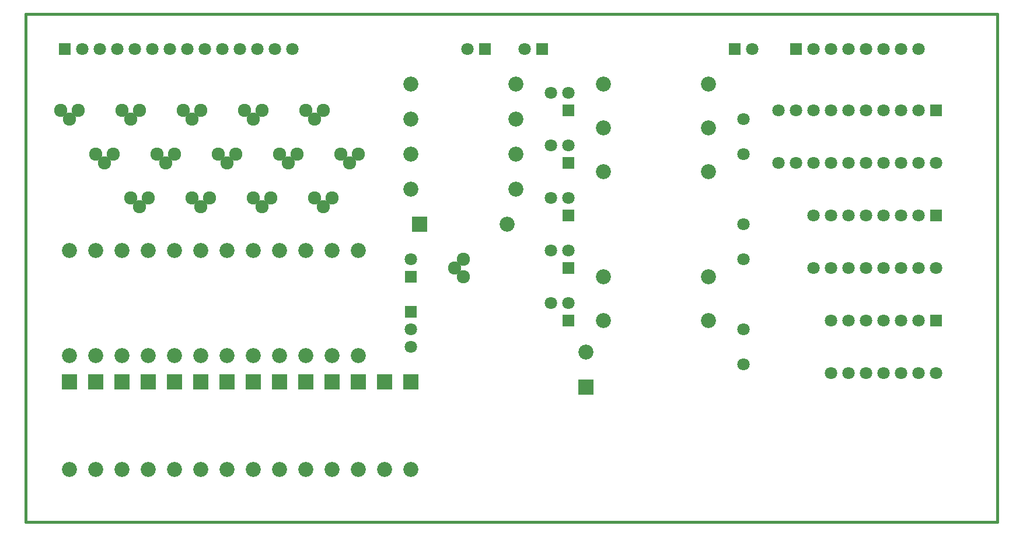
<source format=gbr>
G04 #@! TF.FileFunction,Soldermask,Top*
%FSLAX46Y46*%
G04 Gerber Fmt 4.6, Leading zero omitted, Abs format (unit mm)*
G04 Created by KiCad (PCBNEW 4.0.5+dfsg1-4+deb9u1) date Mon Sep 26 08:47:17 2022*
%MOMM*%
%LPD*%
G01*
G04 APERTURE LIST*
%ADD10C,0.100000*%
%ADD11C,0.381000*%
%ADD12C,1.797000*%
%ADD13R,2.178000X2.178000*%
%ADD14C,2.178000*%
%ADD15R,1.797000X1.797000*%
%ADD16C,1.924000*%
G04 APERTURE END LIST*
D10*
D11*
X82550000Y-139700000D02*
X82550000Y-66040000D01*
X223520000Y-139700000D02*
X82550000Y-139700000D01*
X223520000Y-66040000D02*
X223520000Y-139700000D01*
X82550000Y-66040000D02*
X223520000Y-66040000D01*
D12*
X186690000Y-81280000D03*
X186690000Y-86360000D03*
X186690000Y-96520000D03*
X186690000Y-101600000D03*
X186690000Y-111760000D03*
X186690000Y-116840000D03*
D13*
X163830000Y-120142000D03*
D14*
X163830000Y-115062000D03*
X134620000Y-132080000D03*
D13*
X134620000Y-119380000D03*
D14*
X130810000Y-132080000D03*
D13*
X130810000Y-119380000D03*
D14*
X138430000Y-132080000D03*
D13*
X138430000Y-119380000D03*
D14*
X107950000Y-132080000D03*
D13*
X107950000Y-119380000D03*
D14*
X127000000Y-132080000D03*
D13*
X127000000Y-119380000D03*
D14*
X104140000Y-132080000D03*
D13*
X104140000Y-119380000D03*
D14*
X115570000Y-132080000D03*
D13*
X115570000Y-119380000D03*
D14*
X96520000Y-132080000D03*
D13*
X96520000Y-119380000D03*
D14*
X111760000Y-132080000D03*
D13*
X111760000Y-119380000D03*
D14*
X100330000Y-132080000D03*
D13*
X100330000Y-119380000D03*
D14*
X119380000Y-132080000D03*
D13*
X119380000Y-119380000D03*
D14*
X88900000Y-132080000D03*
D13*
X88900000Y-119380000D03*
D14*
X92710000Y-132080000D03*
D13*
X92710000Y-119380000D03*
D14*
X123190000Y-132080000D03*
D13*
X123190000Y-119380000D03*
D14*
X152400000Y-96520000D03*
D13*
X139700000Y-96520000D03*
D15*
X214630000Y-110490000D03*
D12*
X212090000Y-110490000D03*
X209550000Y-110490000D03*
X207010000Y-110490000D03*
X204470000Y-110490000D03*
X201930000Y-110490000D03*
X199390000Y-110490000D03*
X199390000Y-118110000D03*
X201930000Y-118110000D03*
X204470000Y-118110000D03*
X207010000Y-118110000D03*
X209550000Y-118110000D03*
X212090000Y-118110000D03*
X214630000Y-118110000D03*
D15*
X214630000Y-95250000D03*
D12*
X212090000Y-95250000D03*
X209550000Y-95250000D03*
X207010000Y-95250000D03*
X204470000Y-95250000D03*
X201930000Y-95250000D03*
X199390000Y-95250000D03*
X196850000Y-95250000D03*
X196850000Y-102870000D03*
X199390000Y-102870000D03*
X201930000Y-102870000D03*
X204470000Y-102870000D03*
X207010000Y-102870000D03*
X209550000Y-102870000D03*
X212090000Y-102870000D03*
X214630000Y-102870000D03*
D15*
X214630000Y-80010000D03*
D12*
X212090000Y-80010000D03*
X209550000Y-80010000D03*
X207010000Y-80010000D03*
X204470000Y-80010000D03*
X201930000Y-80010000D03*
X199390000Y-80010000D03*
X196850000Y-80010000D03*
X194310000Y-80010000D03*
X191770000Y-80010000D03*
X191770000Y-87630000D03*
X194310000Y-87630000D03*
X196850000Y-87630000D03*
X199390000Y-87630000D03*
X201930000Y-87630000D03*
X204470000Y-87630000D03*
X207010000Y-87630000D03*
X209550000Y-87630000D03*
X212090000Y-87630000D03*
X214630000Y-87630000D03*
D14*
X153670000Y-81280000D03*
X138430000Y-81280000D03*
X138430000Y-86360000D03*
X153670000Y-86360000D03*
X138430000Y-91440000D03*
X153670000Y-91440000D03*
X181610000Y-110490000D03*
X166370000Y-110490000D03*
X181610000Y-104140000D03*
X166370000Y-104140000D03*
X181610000Y-76200000D03*
X166370000Y-76200000D03*
X138430000Y-76200000D03*
X153670000Y-76200000D03*
X181610000Y-82550000D03*
X166370000Y-82550000D03*
D15*
X138430000Y-104140000D03*
D12*
X138430000Y-101600000D03*
D15*
X138430000Y-109220000D03*
D12*
X138430000Y-111760000D03*
X138430000Y-114300000D03*
D16*
X125730000Y-93980000D03*
X127000000Y-92710000D03*
X124460000Y-92710000D03*
X102870000Y-87630000D03*
X104140000Y-86360000D03*
X101600000Y-86360000D03*
X129540000Y-87630000D03*
X130810000Y-86360000D03*
X128270000Y-86360000D03*
X111760000Y-87630000D03*
X113030000Y-86360000D03*
X110490000Y-86360000D03*
X97790000Y-81280000D03*
X99060000Y-80010000D03*
X96520000Y-80010000D03*
X120650000Y-87630000D03*
X121920000Y-86360000D03*
X119380000Y-86360000D03*
X107950000Y-93980000D03*
X109220000Y-92710000D03*
X106680000Y-92710000D03*
X124460000Y-81280000D03*
X125730000Y-80010000D03*
X123190000Y-80010000D03*
X116840000Y-93980000D03*
X118110000Y-92710000D03*
X115570000Y-92710000D03*
X99060000Y-93980000D03*
X100330000Y-92710000D03*
X97790000Y-92710000D03*
X93980000Y-87630000D03*
X95250000Y-86360000D03*
X92710000Y-86360000D03*
X88900000Y-81280000D03*
X90170000Y-80010000D03*
X87630000Y-80010000D03*
X144780000Y-102870000D03*
X146050000Y-104140000D03*
X146050000Y-101600000D03*
X115570000Y-81280000D03*
X116840000Y-80010000D03*
X114300000Y-80010000D03*
X106680000Y-81280000D03*
X107950000Y-80010000D03*
X105410000Y-80010000D03*
D15*
X88265000Y-71120000D03*
D12*
X90805000Y-71120000D03*
X93345000Y-71120000D03*
X95885000Y-71120000D03*
X98425000Y-71120000D03*
X100965000Y-71120000D03*
X103505000Y-71120000D03*
X106045000Y-71120000D03*
X108585000Y-71120000D03*
X111125000Y-71120000D03*
X113665000Y-71120000D03*
X116205000Y-71120000D03*
X118745000Y-71120000D03*
X121285000Y-71120000D03*
D15*
X149225000Y-71120000D03*
D12*
X146685000Y-71120000D03*
D15*
X194310000Y-71120000D03*
D12*
X196850000Y-71120000D03*
X199390000Y-71120000D03*
X201930000Y-71120000D03*
X204470000Y-71120000D03*
X207010000Y-71120000D03*
X209550000Y-71120000D03*
X212090000Y-71120000D03*
D15*
X185420000Y-71120000D03*
D12*
X187960000Y-71120000D03*
D15*
X157480000Y-71120000D03*
D12*
X154940000Y-71120000D03*
D15*
X161290000Y-102870000D03*
D12*
X161290000Y-100330000D03*
X158750000Y-100330000D03*
D15*
X161290000Y-110490000D03*
D12*
X161290000Y-107950000D03*
X158750000Y-107950000D03*
D15*
X161290000Y-87630000D03*
D12*
X161290000Y-85090000D03*
X158750000Y-85090000D03*
D15*
X161290000Y-95250000D03*
D12*
X161290000Y-92710000D03*
X158750000Y-92710000D03*
D15*
X161290000Y-80010000D03*
D12*
X161290000Y-77470000D03*
X158750000Y-77470000D03*
D14*
X111760000Y-100330000D03*
X111760000Y-115570000D03*
X88900000Y-115570000D03*
X88900000Y-100330000D03*
X181610000Y-88900000D03*
X166370000Y-88900000D03*
X96520000Y-115570000D03*
X96520000Y-100330000D03*
X92710000Y-115570000D03*
X92710000Y-100330000D03*
X107950000Y-115570000D03*
X107950000Y-100330000D03*
X130810000Y-115570000D03*
X130810000Y-100330000D03*
X100330000Y-100330000D03*
X100330000Y-115570000D03*
X123190000Y-115570000D03*
X123190000Y-100330000D03*
X119380000Y-115570000D03*
X119380000Y-100330000D03*
X104140000Y-115570000D03*
X104140000Y-100330000D03*
X127000000Y-115570000D03*
X127000000Y-100330000D03*
X115570000Y-115570000D03*
X115570000Y-100330000D03*
M02*

</source>
